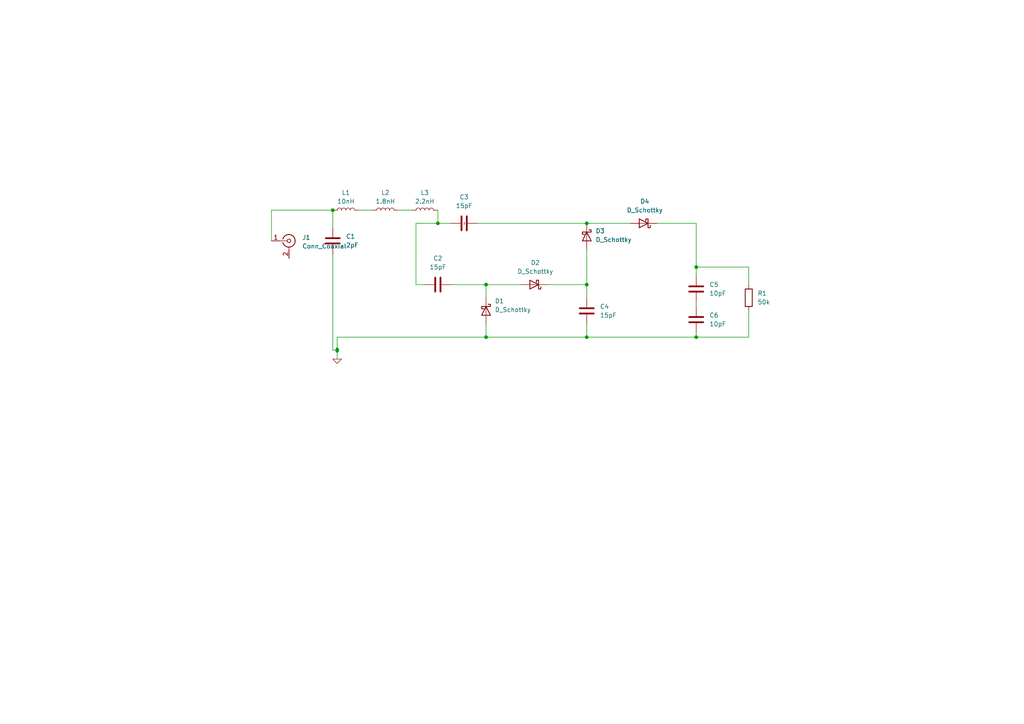
<source format=kicad_sch>
(kicad_sch (version 20230121) (generator eeschema)

  (uuid 3b066e28-c459-4878-bb41-3e24ae0a7251)

  (paper "A4")

  (lib_symbols
    (symbol "Connector:Conn_Coaxial" (pin_names (offset 1.016) hide) (in_bom yes) (on_board yes)
      (property "Reference" "J" (at 0.254 3.048 0)
        (effects (font (size 1.27 1.27)))
      )
      (property "Value" "Conn_Coaxial" (at 2.921 0 90)
        (effects (font (size 1.27 1.27)))
      )
      (property "Footprint" "" (at 0 0 0)
        (effects (font (size 1.27 1.27)) hide)
      )
      (property "Datasheet" " ~" (at 0 0 0)
        (effects (font (size 1.27 1.27)) hide)
      )
      (property "ki_keywords" "BNC SMA SMB SMC LEMO coaxial connector CINCH RCA" (at 0 0 0)
        (effects (font (size 1.27 1.27)) hide)
      )
      (property "ki_description" "coaxial connector (BNC, SMA, SMB, SMC, Cinch/RCA, LEMO, ...)" (at 0 0 0)
        (effects (font (size 1.27 1.27)) hide)
      )
      (property "ki_fp_filters" "*BNC* *SMA* *SMB* *SMC* *Cinch* *LEMO*" (at 0 0 0)
        (effects (font (size 1.27 1.27)) hide)
      )
      (symbol "Conn_Coaxial_0_1"
        (arc (start -1.778 -0.508) (mid 0.2311 -1.8066) (end 1.778 0)
          (stroke (width 0.254) (type default))
          (fill (type none))
        )
        (polyline
          (pts
            (xy -2.54 0)
            (xy -0.508 0)
          )
          (stroke (width 0) (type default))
          (fill (type none))
        )
        (polyline
          (pts
            (xy 0 -2.54)
            (xy 0 -1.778)
          )
          (stroke (width 0) (type default))
          (fill (type none))
        )
        (circle (center 0 0) (radius 0.508)
          (stroke (width 0.2032) (type default))
          (fill (type none))
        )
        (arc (start 1.778 0) (mid 0.2099 1.8101) (end -1.778 0.508)
          (stroke (width 0.254) (type default))
          (fill (type none))
        )
      )
      (symbol "Conn_Coaxial_1_1"
        (pin passive line (at -5.08 0 0) (length 2.54)
          (name "In" (effects (font (size 1.27 1.27))))
          (number "1" (effects (font (size 1.27 1.27))))
        )
        (pin passive line (at 0 -5.08 90) (length 2.54)
          (name "Ext" (effects (font (size 1.27 1.27))))
          (number "2" (effects (font (size 1.27 1.27))))
        )
      )
    )
    (symbol "Device:C" (pin_numbers hide) (pin_names (offset 0.254)) (in_bom yes) (on_board yes)
      (property "Reference" "C" (at 0.635 2.54 0)
        (effects (font (size 1.27 1.27)) (justify left))
      )
      (property "Value" "C" (at 0.635 -2.54 0)
        (effects (font (size 1.27 1.27)) (justify left))
      )
      (property "Footprint" "" (at 0.9652 -3.81 0)
        (effects (font (size 1.27 1.27)) hide)
      )
      (property "Datasheet" "~" (at 0 0 0)
        (effects (font (size 1.27 1.27)) hide)
      )
      (property "ki_keywords" "cap capacitor" (at 0 0 0)
        (effects (font (size 1.27 1.27)) hide)
      )
      (property "ki_description" "Unpolarized capacitor" (at 0 0 0)
        (effects (font (size 1.27 1.27)) hide)
      )
      (property "ki_fp_filters" "C_*" (at 0 0 0)
        (effects (font (size 1.27 1.27)) hide)
      )
      (symbol "C_0_1"
        (polyline
          (pts
            (xy -2.032 -0.762)
            (xy 2.032 -0.762)
          )
          (stroke (width 0.508) (type default))
          (fill (type none))
        )
        (polyline
          (pts
            (xy -2.032 0.762)
            (xy 2.032 0.762)
          )
          (stroke (width 0.508) (type default))
          (fill (type none))
        )
      )
      (symbol "C_1_1"
        (pin passive line (at 0 3.81 270) (length 2.794)
          (name "~" (effects (font (size 1.27 1.27))))
          (number "1" (effects (font (size 1.27 1.27))))
        )
        (pin passive line (at 0 -3.81 90) (length 2.794)
          (name "~" (effects (font (size 1.27 1.27))))
          (number "2" (effects (font (size 1.27 1.27))))
        )
      )
    )
    (symbol "Device:D_Schottky" (pin_numbers hide) (pin_names (offset 1.016) hide) (in_bom yes) (on_board yes)
      (property "Reference" "D" (at 0 2.54 0)
        (effects (font (size 1.27 1.27)))
      )
      (property "Value" "D_Schottky" (at 0 -2.54 0)
        (effects (font (size 1.27 1.27)))
      )
      (property "Footprint" "" (at 0 0 0)
        (effects (font (size 1.27 1.27)) hide)
      )
      (property "Datasheet" "~" (at 0 0 0)
        (effects (font (size 1.27 1.27)) hide)
      )
      (property "ki_keywords" "diode Schottky" (at 0 0 0)
        (effects (font (size 1.27 1.27)) hide)
      )
      (property "ki_description" "Schottky diode" (at 0 0 0)
        (effects (font (size 1.27 1.27)) hide)
      )
      (property "ki_fp_filters" "TO-???* *_Diode_* *SingleDiode* D_*" (at 0 0 0)
        (effects (font (size 1.27 1.27)) hide)
      )
      (symbol "D_Schottky_0_1"
        (polyline
          (pts
            (xy 1.27 0)
            (xy -1.27 0)
          )
          (stroke (width 0) (type default))
          (fill (type none))
        )
        (polyline
          (pts
            (xy 1.27 1.27)
            (xy 1.27 -1.27)
            (xy -1.27 0)
            (xy 1.27 1.27)
          )
          (stroke (width 0.254) (type default))
          (fill (type none))
        )
        (polyline
          (pts
            (xy -1.905 0.635)
            (xy -1.905 1.27)
            (xy -1.27 1.27)
            (xy -1.27 -1.27)
            (xy -0.635 -1.27)
            (xy -0.635 -0.635)
          )
          (stroke (width 0.254) (type default))
          (fill (type none))
        )
      )
      (symbol "D_Schottky_1_1"
        (pin passive line (at -3.81 0 0) (length 2.54)
          (name "K" (effects (font (size 1.27 1.27))))
          (number "1" (effects (font (size 1.27 1.27))))
        )
        (pin passive line (at 3.81 0 180) (length 2.54)
          (name "A" (effects (font (size 1.27 1.27))))
          (number "2" (effects (font (size 1.27 1.27))))
        )
      )
    )
    (symbol "Device:L" (pin_numbers hide) (pin_names (offset 1.016) hide) (in_bom yes) (on_board yes)
      (property "Reference" "L" (at -1.27 0 90)
        (effects (font (size 1.27 1.27)))
      )
      (property "Value" "L" (at 1.905 0 90)
        (effects (font (size 1.27 1.27)))
      )
      (property "Footprint" "" (at 0 0 0)
        (effects (font (size 1.27 1.27)) hide)
      )
      (property "Datasheet" "~" (at 0 0 0)
        (effects (font (size 1.27 1.27)) hide)
      )
      (property "ki_keywords" "inductor choke coil reactor magnetic" (at 0 0 0)
        (effects (font (size 1.27 1.27)) hide)
      )
      (property "ki_description" "Inductor" (at 0 0 0)
        (effects (font (size 1.27 1.27)) hide)
      )
      (property "ki_fp_filters" "Choke_* *Coil* Inductor_* L_*" (at 0 0 0)
        (effects (font (size 1.27 1.27)) hide)
      )
      (symbol "L_0_1"
        (arc (start 0 -2.54) (mid 0.6323 -1.905) (end 0 -1.27)
          (stroke (width 0) (type default))
          (fill (type none))
        )
        (arc (start 0 -1.27) (mid 0.6323 -0.635) (end 0 0)
          (stroke (width 0) (type default))
          (fill (type none))
        )
        (arc (start 0 0) (mid 0.6323 0.635) (end 0 1.27)
          (stroke (width 0) (type default))
          (fill (type none))
        )
        (arc (start 0 1.27) (mid 0.6323 1.905) (end 0 2.54)
          (stroke (width 0) (type default))
          (fill (type none))
        )
      )
      (symbol "L_1_1"
        (pin passive line (at 0 3.81 270) (length 1.27)
          (name "1" (effects (font (size 1.27 1.27))))
          (number "1" (effects (font (size 1.27 1.27))))
        )
        (pin passive line (at 0 -3.81 90) (length 1.27)
          (name "2" (effects (font (size 1.27 1.27))))
          (number "2" (effects (font (size 1.27 1.27))))
        )
      )
    )
    (symbol "Device:R" (pin_numbers hide) (pin_names (offset 0)) (in_bom yes) (on_board yes)
      (property "Reference" "R" (at 2.032 0 90)
        (effects (font (size 1.27 1.27)))
      )
      (property "Value" "R" (at 0 0 90)
        (effects (font (size 1.27 1.27)))
      )
      (property "Footprint" "" (at -1.778 0 90)
        (effects (font (size 1.27 1.27)) hide)
      )
      (property "Datasheet" "~" (at 0 0 0)
        (effects (font (size 1.27 1.27)) hide)
      )
      (property "ki_keywords" "R res resistor" (at 0 0 0)
        (effects (font (size 1.27 1.27)) hide)
      )
      (property "ki_description" "Resistor" (at 0 0 0)
        (effects (font (size 1.27 1.27)) hide)
      )
      (property "ki_fp_filters" "R_*" (at 0 0 0)
        (effects (font (size 1.27 1.27)) hide)
      )
      (symbol "R_0_1"
        (rectangle (start -1.016 -2.54) (end 1.016 2.54)
          (stroke (width 0.254) (type default))
          (fill (type none))
        )
      )
      (symbol "R_1_1"
        (pin passive line (at 0 3.81 270) (length 1.27)
          (name "~" (effects (font (size 1.27 1.27))))
          (number "1" (effects (font (size 1.27 1.27))))
        )
        (pin passive line (at 0 -3.81 90) (length 1.27)
          (name "~" (effects (font (size 1.27 1.27))))
          (number "2" (effects (font (size 1.27 1.27))))
        )
      )
    )
    (symbol "Simulation_SPICE:0" (power) (pin_names (offset 0)) (in_bom yes) (on_board yes)
      (property "Reference" "#GND" (at 0 -2.54 0)
        (effects (font (size 1.27 1.27)) hide)
      )
      (property "Value" "0" (at 0 -1.778 0)
        (effects (font (size 1.27 1.27)))
      )
      (property "Footprint" "" (at 0 0 0)
        (effects (font (size 1.27 1.27)) hide)
      )
      (property "Datasheet" "~" (at 0 0 0)
        (effects (font (size 1.27 1.27)) hide)
      )
      (property "ki_keywords" "simulation" (at 0 0 0)
        (effects (font (size 1.27 1.27)) hide)
      )
      (property "ki_description" "0V reference potential for simulation" (at 0 0 0)
        (effects (font (size 1.27 1.27)) hide)
      )
      (symbol "0_0_1"
        (polyline
          (pts
            (xy -1.27 0)
            (xy 0 -1.27)
            (xy 1.27 0)
            (xy -1.27 0)
          )
          (stroke (width 0) (type default))
          (fill (type none))
        )
      )
      (symbol "0_1_1"
        (pin power_in line (at 0 0 0) (length 0) hide
          (name "0" (effects (font (size 1.016 1.016))))
          (number "1" (effects (font (size 1.016 1.016))))
        )
      )
    )
  )

  (junction (at 127 64.77) (diameter 0) (color 0 0 0 0)
    (uuid 127f9756-acdb-4763-a894-04867510df38)
  )
  (junction (at 170.18 82.55) (diameter 0) (color 0 0 0 0)
    (uuid 258b9407-2027-414b-b521-c7c4ab2a61ca)
  )
  (junction (at 96.52 60.96) (diameter 0) (color 0 0 0 0)
    (uuid 2d60a96c-9bf0-462b-b462-de87fda5f49a)
  )
  (junction (at 97.79 101.6) (diameter 0) (color 0 0 0 0)
    (uuid 63c7b5a0-c122-47a5-b621-f4fac61ebf3e)
  )
  (junction (at 140.97 82.55) (diameter 0) (color 0 0 0 0)
    (uuid 85a325fd-9c8b-4ed5-b4fd-4c9da0dad309)
  )
  (junction (at 201.93 77.47) (diameter 0) (color 0 0 0 0)
    (uuid 9eba589b-f91c-4d82-a329-7b5c98c94d3a)
  )
  (junction (at 170.18 97.79) (diameter 0) (color 0 0 0 0)
    (uuid a22d3b10-4b32-4ed1-b49a-efbb0eb387c4)
  )
  (junction (at 170.18 64.77) (diameter 0) (color 0 0 0 0)
    (uuid c96e1a25-f663-48c8-889c-f889a9978486)
  )
  (junction (at 201.93 97.79) (diameter 0) (color 0 0 0 0)
    (uuid cc800e66-37ce-4915-a810-6c9c9a219c80)
  )
  (junction (at 140.97 97.79) (diameter 0) (color 0 0 0 0)
    (uuid d402119c-df04-4733-84ae-abd13850c906)
  )

  (wire (pts (xy 104.14 60.96) (xy 107.95 60.96))
    (stroke (width 0) (type default))
    (uuid 0bc85439-8f70-4efa-818a-ea8ba59feace)
  )
  (wire (pts (xy 170.18 64.77) (xy 182.88 64.77))
    (stroke (width 0) (type default))
    (uuid 0d1e5cb9-1d03-4264-be57-e02741d88793)
  )
  (wire (pts (xy 97.79 97.79) (xy 140.97 97.79))
    (stroke (width 0) (type default))
    (uuid 198c08e4-066e-4ebb-9829-e8efd22d9550)
  )
  (wire (pts (xy 127 64.77) (xy 130.81 64.77))
    (stroke (width 0) (type default))
    (uuid 28c56543-1a23-40fd-afca-7d1a991a0122)
  )
  (wire (pts (xy 170.18 97.79) (xy 201.93 97.79))
    (stroke (width 0) (type default))
    (uuid 2b63dfc2-0728-4fd9-8389-19124ba7e78b)
  )
  (wire (pts (xy 97.79 101.6) (xy 97.79 97.79))
    (stroke (width 0) (type default))
    (uuid 39625e65-047d-4734-8fb9-837af2c67774)
  )
  (wire (pts (xy 190.5 64.77) (xy 201.93 64.77))
    (stroke (width 0) (type default))
    (uuid 3bf0c91c-9375-4ad8-9615-25695ab4a457)
  )
  (wire (pts (xy 170.18 82.55) (xy 170.18 86.36))
    (stroke (width 0) (type default))
    (uuid 3cf5fd03-125f-4fd9-a3a7-2779dbea5eed)
  )
  (wire (pts (xy 158.75 82.55) (xy 170.18 82.55))
    (stroke (width 0) (type default))
    (uuid 48033598-1763-487a-b4fa-b9e2bd615d0d)
  )
  (wire (pts (xy 78.74 60.96) (xy 78.74 69.85))
    (stroke (width 0) (type default))
    (uuid 4ab0d22e-b202-4351-b953-7f4c8f83b95e)
  )
  (wire (pts (xy 115.57 60.96) (xy 119.38 60.96))
    (stroke (width 0) (type default))
    (uuid 58f3b660-9795-4c43-bca2-8dedb945e420)
  )
  (wire (pts (xy 170.18 93.98) (xy 170.18 97.79))
    (stroke (width 0) (type default))
    (uuid 5a602f37-5a85-4263-979f-58319510e667)
  )
  (wire (pts (xy 96.52 101.6) (xy 97.79 101.6))
    (stroke (width 0) (type default))
    (uuid 5e3e95d6-cabd-41a8-b564-1eebb207468e)
  )
  (wire (pts (xy 140.97 97.79) (xy 170.18 97.79))
    (stroke (width 0) (type default))
    (uuid 5f1e6076-d052-4899-ba7e-72897f53c436)
  )
  (wire (pts (xy 120.65 82.55) (xy 120.65 64.77))
    (stroke (width 0) (type default))
    (uuid 61af9b38-ae47-4114-81da-aef9298f14e8)
  )
  (wire (pts (xy 201.93 96.52) (xy 201.93 97.79))
    (stroke (width 0) (type default))
    (uuid 62bbe709-b9c2-43a6-90ce-912c3628dee3)
  )
  (wire (pts (xy 201.93 77.47) (xy 201.93 80.01))
    (stroke (width 0) (type default))
    (uuid 715f375b-0f33-406d-9046-8508e79b59a7)
  )
  (wire (pts (xy 217.17 90.17) (xy 217.17 97.79))
    (stroke (width 0) (type default))
    (uuid 7692fa01-47dc-4291-916a-fbbe5cb0e7b7)
  )
  (wire (pts (xy 138.43 64.77) (xy 170.18 64.77))
    (stroke (width 0) (type default))
    (uuid 7b0039b0-5fdc-4dd8-aa42-f82a110db13a)
  )
  (wire (pts (xy 170.18 72.39) (xy 170.18 82.55))
    (stroke (width 0) (type default))
    (uuid 7c179225-e41a-4266-a8cd-fd6afab10479)
  )
  (wire (pts (xy 201.93 87.63) (xy 201.93 88.9))
    (stroke (width 0) (type default))
    (uuid 7d1a4f4e-c11d-4423-ad23-fc449a42057e)
  )
  (wire (pts (xy 130.81 82.55) (xy 140.97 82.55))
    (stroke (width 0) (type default))
    (uuid 7dcb4cd3-bc5f-4cd5-9925-8621cdd5eb64)
  )
  (wire (pts (xy 96.52 73.66) (xy 96.52 101.6))
    (stroke (width 0) (type default))
    (uuid 8638686c-7fbe-4e3d-b2eb-07b12d16f35c)
  )
  (wire (pts (xy 140.97 82.55) (xy 140.97 86.36))
    (stroke (width 0) (type default))
    (uuid 8950f38c-f797-49c6-8e34-ef9caaa7f72f)
  )
  (wire (pts (xy 123.19 82.55) (xy 120.65 82.55))
    (stroke (width 0) (type default))
    (uuid 8d81fb9c-cf2f-4851-9b72-915f43e46afa)
  )
  (wire (pts (xy 140.97 93.98) (xy 140.97 97.79))
    (stroke (width 0) (type default))
    (uuid 94d00889-5a34-44b4-b326-5ca6ec908627)
  )
  (wire (pts (xy 217.17 77.47) (xy 217.17 82.55))
    (stroke (width 0) (type default))
    (uuid 9617a1e1-ce26-4fc8-b4a8-5e9c00e20e27)
  )
  (wire (pts (xy 120.65 64.77) (xy 127 64.77))
    (stroke (width 0) (type default))
    (uuid 9abe2b92-e911-4855-a746-f5da618df86d)
  )
  (wire (pts (xy 96.52 60.96) (xy 78.74 60.96))
    (stroke (width 0) (type default))
    (uuid a5d61ba7-c3fe-4354-a570-934164b01ba8)
  )
  (wire (pts (xy 96.52 60.96) (xy 96.52 66.04))
    (stroke (width 0) (type default))
    (uuid a5fa1b77-08bc-4571-89a3-9435b660b77f)
  )
  (wire (pts (xy 127 60.96) (xy 127 64.77))
    (stroke (width 0) (type default))
    (uuid b143a214-a42a-4a92-aebb-51347a04a024)
  )
  (wire (pts (xy 201.93 64.77) (xy 201.93 77.47))
    (stroke (width 0) (type default))
    (uuid baf179c5-890f-4941-a6a4-58dd1c1a8000)
  )
  (wire (pts (xy 217.17 97.79) (xy 201.93 97.79))
    (stroke (width 0) (type default))
    (uuid cb27ae0d-1ba8-4779-972d-28bb1738e4ca)
  )
  (wire (pts (xy 97.79 101.6) (xy 97.79 104.14))
    (stroke (width 0) (type default))
    (uuid d0a6b3d2-2188-4bdb-9512-dbd177c77ee1)
  )
  (wire (pts (xy 201.93 77.47) (xy 217.17 77.47))
    (stroke (width 0) (type default))
    (uuid d211a0eb-ae69-401d-9413-15e79b440100)
  )
  (wire (pts (xy 140.97 82.55) (xy 151.13 82.55))
    (stroke (width 0) (type default))
    (uuid f91ef2d0-60cc-41be-bd1e-0b9071157ac8)
  )

  (symbol (lib_id "Device:L") (at 100.33 60.96 90) (unit 1)
    (in_bom yes) (on_board yes) (dnp no) (fields_autoplaced)
    (uuid 0ed8b9be-0945-4844-b6ca-bb263741838c)
    (property "Reference" "L1" (at 100.33 55.88 90)
      (effects (font (size 1.27 1.27)))
    )
    (property "Value" "10nH" (at 100.33 58.42 90)
      (effects (font (size 1.27 1.27)))
    )
    (property "Footprint" "Inductor_SMD:L_0402_1005Metric_Pad0.77x0.64mm_HandSolder" (at 100.33 60.96 0)
      (effects (font (size 1.27 1.27)) hide)
    )
    (property "Datasheet" "~" (at 100.33 60.96 0)
      (effects (font (size 1.27 1.27)) hide)
    )
    (pin "1" (uuid 94be7eff-5f20-4073-ac02-d11b0b1e0a5f))
    (pin "2" (uuid c904f582-ec85-4ee3-9c59-cac6f547cd20))
    (instances
      (project "pcbforcircuit2.4ghz"
        (path "/3b066e28-c459-4878-bb41-3e24ae0a7251"
          (reference "L1") (unit 1)
        )
      )
    )
  )

  (symbol (lib_id "Device:D_Schottky") (at 154.94 82.55 180) (unit 1)
    (in_bom yes) (on_board yes) (dnp no) (fields_autoplaced)
    (uuid 1574dcd1-1c0b-4696-b1c6-b80b46adb1ae)
    (property "Reference" "D2" (at 155.2575 76.2 0)
      (effects (font (size 1.27 1.27)))
    )
    (property "Value" "D_Schottky" (at 155.2575 78.74 0)
      (effects (font (size 1.27 1.27)))
    )
    (property "Footprint" "Diode_SMD:D_0402_1005Metric_Pad0.77x0.64mm_HandSolder" (at 154.94 82.55 0)
      (effects (font (size 1.27 1.27)) hide)
    )
    (property "Datasheet" "~" (at 154.94 82.55 0)
      (effects (font (size 1.27 1.27)) hide)
    )
    (pin "1" (uuid 1b96d8a8-0f34-4ba7-8678-faea413d8f17))
    (pin "2" (uuid 027b1923-badc-4d64-88cf-4c4e4a33b16b))
    (instances
      (project "pcbforcircuit2.4ghz"
        (path "/3b066e28-c459-4878-bb41-3e24ae0a7251"
          (reference "D2") (unit 1)
        )
      )
    )
  )

  (symbol (lib_id "Device:C") (at 201.93 83.82 0) (unit 1)
    (in_bom yes) (on_board yes) (dnp no) (fields_autoplaced)
    (uuid 1edf30b4-e36b-437e-a202-d62ce0240a5b)
    (property "Reference" "C5" (at 205.74 82.55 0)
      (effects (font (size 1.27 1.27)) (justify left))
    )
    (property "Value" "10pF" (at 205.74 85.09 0)
      (effects (font (size 1.27 1.27)) (justify left))
    )
    (property "Footprint" "Capacitor_SMD:C_0402_1005Metric_Pad0.74x0.62mm_HandSolder" (at 202.8952 87.63 0)
      (effects (font (size 1.27 1.27)) hide)
    )
    (property "Datasheet" "~" (at 201.93 83.82 0)
      (effects (font (size 1.27 1.27)) hide)
    )
    (pin "1" (uuid 05d75c8f-a591-49dd-914a-eb7953196f5c))
    (pin "2" (uuid 15085992-e13c-4f8c-9ebf-5c17e3f80180))
    (instances
      (project "pcbforcircuit2.4ghz"
        (path "/3b066e28-c459-4878-bb41-3e24ae0a7251"
          (reference "C5") (unit 1)
        )
      )
    )
  )

  (symbol (lib_id "Device:C") (at 201.93 92.71 0) (unit 1)
    (in_bom yes) (on_board yes) (dnp no) (fields_autoplaced)
    (uuid 201ae20a-ca45-4662-b8a5-246f19309b69)
    (property "Reference" "C6" (at 205.74 91.44 0)
      (effects (font (size 1.27 1.27)) (justify left))
    )
    (property "Value" "10pF" (at 205.74 93.98 0)
      (effects (font (size 1.27 1.27)) (justify left))
    )
    (property "Footprint" "Capacitor_SMD:C_0402_1005Metric_Pad0.74x0.62mm_HandSolder" (at 202.8952 96.52 0)
      (effects (font (size 1.27 1.27)) hide)
    )
    (property "Datasheet" "~" (at 201.93 92.71 0)
      (effects (font (size 1.27 1.27)) hide)
    )
    (pin "1" (uuid 180f89d8-d380-460a-bd19-f220b53db1a4))
    (pin "2" (uuid fe86a203-f1fc-41f3-8d16-97c8189bbfcf))
    (instances
      (project "pcbforcircuit2.4ghz"
        (path "/3b066e28-c459-4878-bb41-3e24ae0a7251"
          (reference "C6") (unit 1)
        )
      )
    )
  )

  (symbol (lib_id "Device:D_Schottky") (at 170.18 68.58 270) (unit 1)
    (in_bom yes) (on_board yes) (dnp no) (fields_autoplaced)
    (uuid 263e5d37-9091-415f-93ca-32279e4811c4)
    (property "Reference" "D3" (at 172.72 66.9925 90)
      (effects (font (size 1.27 1.27)) (justify left))
    )
    (property "Value" "D_Schottky" (at 172.72 69.5325 90)
      (effects (font (size 1.27 1.27)) (justify left))
    )
    (property "Footprint" "Diode_SMD:D_0402_1005Metric_Pad0.77x0.64mm_HandSolder" (at 170.18 68.58 0)
      (effects (font (size 1.27 1.27)) hide)
    )
    (property "Datasheet" "~" (at 170.18 68.58 0)
      (effects (font (size 1.27 1.27)) hide)
    )
    (pin "1" (uuid 6107ea6d-6dec-4761-9326-4d3c51131333))
    (pin "2" (uuid d2c727a4-afbe-49fb-8904-c9a71d50652a))
    (instances
      (project "pcbforcircuit2.4ghz"
        (path "/3b066e28-c459-4878-bb41-3e24ae0a7251"
          (reference "D3") (unit 1)
        )
      )
    )
  )

  (symbol (lib_id "Connector:Conn_Coaxial") (at 83.82 69.85 0) (unit 1)
    (in_bom yes) (on_board yes) (dnp no) (fields_autoplaced)
    (uuid 4ddbafdb-5d89-446a-8424-e30decd946e0)
    (property "Reference" "J1" (at 87.63 68.8732 0)
      (effects (font (size 1.27 1.27)) (justify left))
    )
    (property "Value" "Conn_Coaxial" (at 87.63 71.4132 0)
      (effects (font (size 1.27 1.27)) (justify left))
    )
    (property "Footprint" "" (at 83.82 69.85 0)
      (effects (font (size 1.27 1.27)) hide)
    )
    (property "Datasheet" " ~" (at 83.82 69.85 0)
      (effects (font (size 1.27 1.27)) hide)
    )
    (pin "1" (uuid 079d32ab-36f6-431f-b402-e0c577d5d2b5))
    (pin "2" (uuid 29948dee-cde6-46be-998e-0f25418a2d3f))
    (instances
      (project "pcbforcircuit2.4ghz"
        (path "/3b066e28-c459-4878-bb41-3e24ae0a7251"
          (reference "J1") (unit 1)
        )
      )
    )
  )

  (symbol (lib_id "Device:D_Schottky") (at 186.69 64.77 180) (unit 1)
    (in_bom yes) (on_board yes) (dnp no) (fields_autoplaced)
    (uuid 5384be29-e675-49ff-b12c-24efffa73097)
    (property "Reference" "D4" (at 187.0075 58.42 0)
      (effects (font (size 1.27 1.27)))
    )
    (property "Value" "D_Schottky" (at 187.0075 60.96 0)
      (effects (font (size 1.27 1.27)))
    )
    (property "Footprint" "Diode_SMD:D_0402_1005Metric_Pad0.77x0.64mm_HandSolder" (at 186.69 64.77 0)
      (effects (font (size 1.27 1.27)) hide)
    )
    (property "Datasheet" "~" (at 186.69 64.77 0)
      (effects (font (size 1.27 1.27)) hide)
    )
    (pin "1" (uuid 8ef8bb04-6eeb-4c3d-8ac0-73f26c062775))
    (pin "2" (uuid 2c9ccc3f-4bcd-48be-a473-7f3789e10f65))
    (instances
      (project "pcbforcircuit2.4ghz"
        (path "/3b066e28-c459-4878-bb41-3e24ae0a7251"
          (reference "D4") (unit 1)
        )
      )
    )
  )

  (symbol (lib_id "Device:C") (at 96.52 69.85 0) (unit 1)
    (in_bom yes) (on_board yes) (dnp no) (fields_autoplaced)
    (uuid 55f20c95-73b9-456f-93ae-088e3e799b60)
    (property "Reference" "C1" (at 100.33 68.58 0)
      (effects (font (size 1.27 1.27)) (justify left))
    )
    (property "Value" "2pF" (at 100.33 71.12 0)
      (effects (font (size 1.27 1.27)) (justify left))
    )
    (property "Footprint" "Capacitor_SMD:C_0402_1005Metric_Pad0.74x0.62mm_HandSolder" (at 97.4852 73.66 0)
      (effects (font (size 1.27 1.27)) hide)
    )
    (property "Datasheet" "~" (at 96.52 69.85 0)
      (effects (font (size 1.27 1.27)) hide)
    )
    (pin "1" (uuid cf143f8c-82bb-4d0a-a046-58c97c8dd9e0))
    (pin "2" (uuid 20734ac7-1b02-4830-9773-59758b13d331))
    (instances
      (project "pcbforcircuit2.4ghz"
        (path "/3b066e28-c459-4878-bb41-3e24ae0a7251"
          (reference "C1") (unit 1)
        )
      )
    )
  )

  (symbol (lib_id "Device:R") (at 217.17 86.36 0) (unit 1)
    (in_bom yes) (on_board yes) (dnp no) (fields_autoplaced)
    (uuid 6568e353-a49a-4ca7-ab97-a23f42ee7a63)
    (property "Reference" "R1" (at 219.71 85.09 0)
      (effects (font (size 1.27 1.27)) (justify left))
    )
    (property "Value" "50k" (at 219.71 87.63 0)
      (effects (font (size 1.27 1.27)) (justify left))
    )
    (property "Footprint" "Diode_SMD:D_0603_1608Metric_Pad1.05x0.95mm_HandSolder" (at 215.392 86.36 90)
      (effects (font (size 1.27 1.27)) hide)
    )
    (property "Datasheet" "~" (at 217.17 86.36 0)
      (effects (font (size 1.27 1.27)) hide)
    )
    (pin "1" (uuid 3fbd7023-6a5a-41e1-b091-6064aa46bc0d))
    (pin "2" (uuid ea6ba75e-82a2-41b9-8775-ac3e874c2663))
    (instances
      (project "pcbforcircuit2.4ghz"
        (path "/3b066e28-c459-4878-bb41-3e24ae0a7251"
          (reference "R1") (unit 1)
        )
      )
    )
  )

  (symbol (lib_id "Device:D_Schottky") (at 140.97 90.17 270) (unit 1)
    (in_bom yes) (on_board yes) (dnp no) (fields_autoplaced)
    (uuid 848f081e-e3d2-4c1f-89e1-fa79d19ecb5e)
    (property "Reference" "D1" (at 143.51 87.3125 90)
      (effects (font (size 1.27 1.27)) (justify left))
    )
    (property "Value" "D_Schottky" (at 143.51 89.8525 90)
      (effects (font (size 1.27 1.27)) (justify left))
    )
    (property "Footprint" "Diode_SMD:D_0402_1005Metric_Pad0.77x0.64mm_HandSolder" (at 143.51 92.3925 90)
      (effects (font (size 1.27 1.27)) (justify left) hide)
    )
    (property "Datasheet" "~" (at 140.97 90.17 0)
      (effects (font (size 1.27 1.27)) hide)
    )
    (pin "1" (uuid e51e29a1-31f8-45ae-bb3c-646463fdd50b))
    (pin "2" (uuid a9881a60-b89a-454a-a096-0a873eef9e0d))
    (instances
      (project "pcbforcircuit2.4ghz"
        (path "/3b066e28-c459-4878-bb41-3e24ae0a7251"
          (reference "D1") (unit 1)
        )
      )
    )
  )

  (symbol (lib_id "Device:C") (at 127 82.55 90) (unit 1)
    (in_bom yes) (on_board yes) (dnp no) (fields_autoplaced)
    (uuid b3257ad9-e4ee-47d6-b927-70a0abf430eb)
    (property "Reference" "C2" (at 127 74.93 90)
      (effects (font (size 1.27 1.27)))
    )
    (property "Value" "15pF" (at 127 77.47 90)
      (effects (font (size 1.27 1.27)))
    )
    (property "Footprint" "Capacitor_SMD:C_0402_1005Metric_Pad0.74x0.62mm_HandSolder" (at 130.81 81.5848 0)
      (effects (font (size 1.27 1.27)) hide)
    )
    (property "Datasheet" "~" (at 127 82.55 0)
      (effects (font (size 1.27 1.27)) hide)
    )
    (pin "1" (uuid 1965c53e-e580-44c4-9a7d-bb9974147ccd))
    (pin "2" (uuid 21bc1a23-efbc-4567-9bf6-a1c9b3e4d311))
    (instances
      (project "pcbforcircuit2.4ghz"
        (path "/3b066e28-c459-4878-bb41-3e24ae0a7251"
          (reference "C2") (unit 1)
        )
      )
    )
  )

  (symbol (lib_id "Device:C") (at 134.62 64.77 270) (unit 1)
    (in_bom yes) (on_board yes) (dnp no) (fields_autoplaced)
    (uuid c24281b9-f4dc-48c6-9228-37470867854a)
    (property "Reference" "C3" (at 134.62 57.15 90)
      (effects (font (size 1.27 1.27)))
    )
    (property "Value" "15pF" (at 134.62 59.69 90)
      (effects (font (size 1.27 1.27)))
    )
    (property "Footprint" "Capacitor_SMD:C_0402_1005Metric_Pad0.74x0.62mm_HandSolder" (at 130.81 65.7352 0)
      (effects (font (size 1.27 1.27)) hide)
    )
    (property "Datasheet" "~" (at 134.62 64.77 0)
      (effects (font (size 1.27 1.27)))
    )
    (pin "1" (uuid 0fb53e08-fc97-41d5-8587-8fdedd78ddc2))
    (pin "2" (uuid 133c48f9-bc7a-43e3-9ea5-8c07feef463a))
    (instances
      (project "pcbforcircuit2.4ghz"
        (path "/3b066e28-c459-4878-bb41-3e24ae0a7251"
          (reference "C3") (unit 1)
        )
      )
    )
  )

  (symbol (lib_id "Device:C") (at 170.18 90.17 0) (unit 1)
    (in_bom yes) (on_board yes) (dnp no)
    (uuid d82cd1a1-b4e6-4f32-b874-f52abb8481cf)
    (property "Reference" "C4" (at 173.99 88.9 0)
      (effects (font (size 1.27 1.27)) (justify left))
    )
    (property "Value" "15pF" (at 173.99 91.44 0)
      (effects (font (size 1.27 1.27)) (justify left))
    )
    (property "Footprint" "Capacitor_SMD:C_0402_1005Metric_Pad0.74x0.62mm_HandSolder" (at 172.72 102.87 0)
      (effects (font (size 1.27 1.27)) hide)
    )
    (property "Datasheet" "~" (at 170.18 90.17 0)
      (effects (font (size 1.27 1.27)) hide)
    )
    (pin "1" (uuid 2f5f4817-366d-4e0f-9ca0-a5ddd9271b10))
    (pin "2" (uuid b252a37c-9b87-4205-a818-8093fd04d450))
    (instances
      (project "pcbforcircuit2.4ghz"
        (path "/3b066e28-c459-4878-bb41-3e24ae0a7251"
          (reference "C4") (unit 1)
        )
      )
    )
  )

  (symbol (lib_id "Device:L") (at 111.76 60.96 90) (unit 1)
    (in_bom yes) (on_board yes) (dnp no) (fields_autoplaced)
    (uuid dd7c7680-19f2-4c8e-a5e0-38da8da9b9ca)
    (property "Reference" "L2" (at 111.76 55.88 90)
      (effects (font (size 1.27 1.27)))
    )
    (property "Value" "1.8nH" (at 111.76 58.42 90)
      (effects (font (size 1.27 1.27)))
    )
    (property "Footprint" "Inductor_SMD:L_0402_1005Metric_Pad0.77x0.64mm_HandSolder" (at 111.76 60.96 0)
      (effects (font (size 1.27 1.27)) hide)
    )
    (property "Datasheet" "~" (at 111.76 60.96 0)
      (effects (font (size 1.27 1.27)) hide)
    )
    (pin "1" (uuid 82e5a7c2-fdb9-4cc1-a7c0-c374b93f0de4))
    (pin "2" (uuid 6fb5bf78-0ed7-4615-ac82-4ea0287a7947))
    (instances
      (project "pcbforcircuit2.4ghz"
        (path "/3b066e28-c459-4878-bb41-3e24ae0a7251"
          (reference "L2") (unit 1)
        )
      )
    )
  )

  (symbol (lib_id "Device:L") (at 123.19 60.96 90) (unit 1)
    (in_bom yes) (on_board yes) (dnp no) (fields_autoplaced)
    (uuid ea80687e-aaac-4957-acac-9461f789123b)
    (property "Reference" "L3" (at 123.19 55.88 90)
      (effects (font (size 1.27 1.27)))
    )
    (property "Value" "2.2nH" (at 123.19 58.42 90)
      (effects (font (size 1.27 1.27)))
    )
    (property "Footprint" "Inductor_SMD:L_0402_1005Metric_Pad0.77x0.64mm_HandSolder" (at 123.19 60.96 0)
      (effects (font (size 1.27 1.27)) hide)
    )
    (property "Datasheet" "~" (at 123.19 60.96 0)
      (effects (font (size 1.27 1.27)) hide)
    )
    (pin "1" (uuid 2fb8b832-ef6e-4bfa-a01f-6e53802a3844))
    (pin "2" (uuid 8ef69d6a-f1e7-4992-abd2-694eae147d4d))
    (instances
      (project "pcbforcircuit2.4ghz"
        (path "/3b066e28-c459-4878-bb41-3e24ae0a7251"
          (reference "L3") (unit 1)
        )
      )
    )
  )

  (symbol (lib_id "Simulation_SPICE:0") (at 97.79 104.14 0) (unit 1)
    (in_bom yes) (on_board yes) (dnp no) (fields_autoplaced)
    (uuid f4ef78a2-3758-464e-96aa-871a4c8560f5)
    (property "Reference" "#GND01" (at 97.79 106.68 0)
      (effects (font (size 1.27 1.27)) hide)
    )
    (property "Value" "0" (at 97.79 101.6 0)
      (effects (font (size 1.27 1.27)))
    )
    (property "Footprint" "" (at 97.79 104.14 0)
      (effects (font (size 1.27 1.27)) hide)
    )
    (property "Datasheet" "~" (at 97.79 104.14 0)
      (effects (font (size 1.27 1.27)) hide)
    )
    (pin "1" (uuid cc7be6f9-166b-4ea0-8d91-816024ed1bb2))
    (instances
      (project "pcbforcircuit2.4ghz"
        (path "/3b066e28-c459-4878-bb41-3e24ae0a7251"
          (reference "#GND01") (unit 1)
        )
      )
    )
  )

  (sheet_instances
    (path "/" (page "1"))
  )
)

</source>
